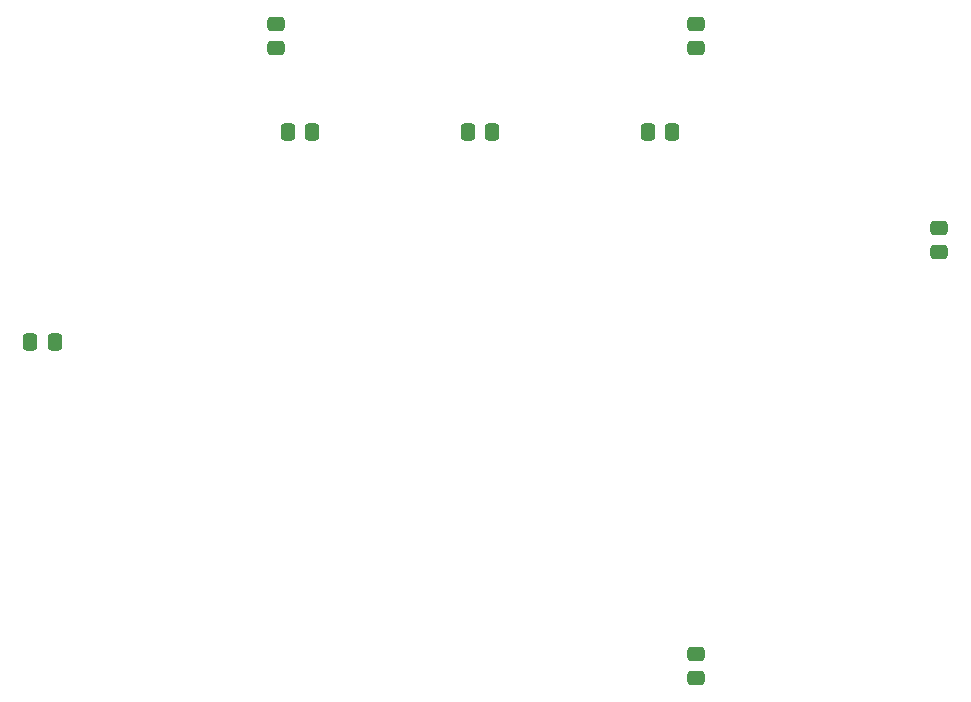
<source format=gbp>
G04 #@! TF.GenerationSoftware,KiCad,Pcbnew,6.0.5-a6ca702e91~116~ubuntu20.04.1*
G04 #@! TF.CreationDate,2022-05-31T07:59:30+02:00*
G04 #@! TF.ProjectId,PZ1_Pico,505a315f-5069-4636-9f2e-6b696361645f,rev?*
G04 #@! TF.SameCoordinates,Original*
G04 #@! TF.FileFunction,Paste,Bot*
G04 #@! TF.FilePolarity,Positive*
%FSLAX46Y46*%
G04 Gerber Fmt 4.6, Leading zero omitted, Abs format (unit mm)*
G04 Created by KiCad (PCBNEW 6.0.5-a6ca702e91~116~ubuntu20.04.1) date 2022-05-31 07:59:30*
%MOMM*%
%LPD*%
G01*
G04 APERTURE LIST*
G04 Aperture macros list*
%AMRoundRect*
0 Rectangle with rounded corners*
0 $1 Rounding radius*
0 $2 $3 $4 $5 $6 $7 $8 $9 X,Y pos of 4 corners*
0 Add a 4 corners polygon primitive as box body*
4,1,4,$2,$3,$4,$5,$6,$7,$8,$9,$2,$3,0*
0 Add four circle primitives for the rounded corners*
1,1,$1+$1,$2,$3*
1,1,$1+$1,$4,$5*
1,1,$1+$1,$6,$7*
1,1,$1+$1,$8,$9*
0 Add four rect primitives between the rounded corners*
20,1,$1+$1,$2,$3,$4,$5,0*
20,1,$1+$1,$4,$5,$6,$7,0*
20,1,$1+$1,$6,$7,$8,$9,0*
20,1,$1+$1,$8,$9,$2,$3,0*%
G04 Aperture macros list end*
%ADD10RoundRect,0.250000X0.337500X0.475000X-0.337500X0.475000X-0.337500X-0.475000X0.337500X-0.475000X0*%
%ADD11RoundRect,0.250000X0.475000X-0.337500X0.475000X0.337500X-0.475000X0.337500X-0.475000X-0.337500X0*%
%ADD12RoundRect,0.250000X-0.475000X0.337500X-0.475000X-0.337500X0.475000X-0.337500X0.475000X0.337500X0*%
%ADD13RoundRect,0.250000X-0.337500X-0.475000X0.337500X-0.475000X0.337500X0.475000X-0.337500X0.475000X0*%
G04 APERTURE END LIST*
D10*
X180848000Y-106685000D03*
X178773000Y-106685000D03*
X165608000Y-106685000D03*
X163533000Y-106685000D03*
X150368000Y-106685000D03*
X148293000Y-106685000D03*
D11*
X147320000Y-99568000D03*
X147320000Y-97493000D03*
D12*
X203454000Y-114765000D03*
X203454000Y-116840000D03*
D13*
X126487000Y-124460000D03*
X128562000Y-124460000D03*
D11*
X182880000Y-152908000D03*
X182880000Y-150833000D03*
X182880000Y-99568000D03*
X182880000Y-97493000D03*
M02*

</source>
